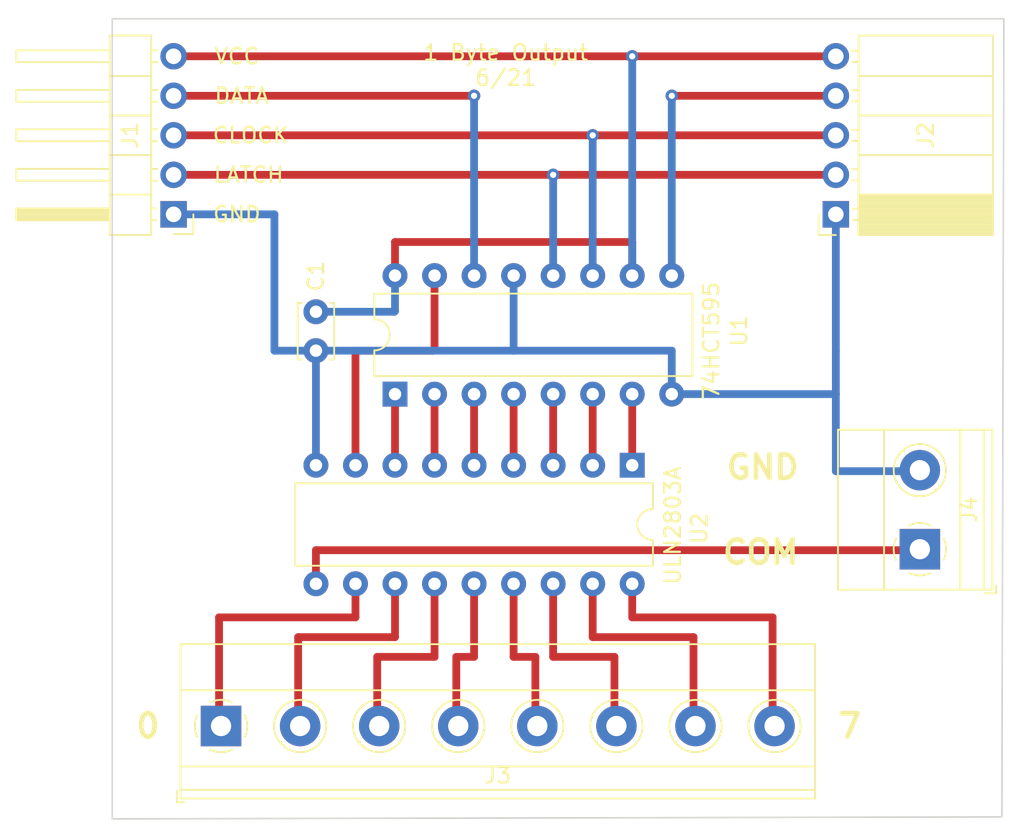
<source format=kicad_pcb>
(kicad_pcb (version 20171130) (host pcbnew "(5.1.9)-1")

  (general
    (thickness 1.6)
    (drawings 14)
    (tracks 78)
    (zones 0)
    (modules 9)
    (nets 24)
  )

  (page A4)
  (layers
    (0 F.Cu signal)
    (31 B.Cu signal)
    (32 B.Adhes user)
    (33 F.Adhes user)
    (34 B.Paste user)
    (35 F.Paste user)
    (36 B.SilkS user)
    (37 F.SilkS user)
    (38 B.Mask user)
    (39 F.Mask user)
    (40 Dwgs.User user)
    (41 Cmts.User user)
    (42 Eco1.User user)
    (43 Eco2.User user)
    (44 Edge.Cuts user)
    (45 Margin user)
    (46 B.CrtYd user)
    (47 F.CrtYd user)
    (48 B.Fab user)
    (49 F.Fab user)
  )

  (setup
    (last_trace_width 0.5)
    (user_trace_width 0.5)
    (trace_clearance 0.2)
    (zone_clearance 0.508)
    (zone_45_only no)
    (trace_min 0.2)
    (via_size 0.8)
    (via_drill 0.4)
    (via_min_size 0.4)
    (via_min_drill 0.3)
    (uvia_size 0.3)
    (uvia_drill 0.1)
    (uvias_allowed no)
    (uvia_min_size 0.2)
    (uvia_min_drill 0.1)
    (edge_width 0.1)
    (segment_width 0.2)
    (pcb_text_width 0.3)
    (pcb_text_size 1.5 1.5)
    (mod_edge_width 0.15)
    (mod_text_size 1 1)
    (mod_text_width 0.15)
    (pad_size 1.524 1.524)
    (pad_drill 0.762)
    (pad_to_mask_clearance 0)
    (aux_axis_origin 0 0)
    (visible_elements 7FFFFFFF)
    (pcbplotparams
      (layerselection 0x010fc_ffffffff)
      (usegerberextensions false)
      (usegerberattributes true)
      (usegerberadvancedattributes true)
      (creategerberjobfile true)
      (excludeedgelayer true)
      (linewidth 0.100000)
      (plotframeref false)
      (viasonmask false)
      (mode 1)
      (useauxorigin false)
      (hpglpennumber 1)
      (hpglpenspeed 20)
      (hpglpendiameter 15.000000)
      (psnegative false)
      (psa4output false)
      (plotreference true)
      (plotvalue true)
      (plotinvisibletext false)
      (padsonsilk false)
      (subtractmaskfromsilk false)
      (outputformat 1)
      (mirror false)
      (drillshape 1)
      (scaleselection 1)
      (outputdirectory ""))
  )

  (net 0 "")
  (net 1 GND)
  (net 2 LAT)
  (net 3 CLK)
  (net 4 DI)
  (net 5 VCC)
  (net 6 DO)
  (net 7 OUT8)
  (net 8 OUT7)
  (net 9 OUT6)
  (net 10 OUT5)
  (net 11 OUT4)
  (net 12 OUT3)
  (net 13 OUT2)
  (net 14 OUT1)
  (net 15 COM)
  (net 16 I7)
  (net 17 I6)
  (net 18 I5)
  (net 19 I4)
  (net 20 I3)
  (net 21 I2)
  (net 22 I1)
  (net 23 I8)

  (net_class Default "This is the default net class."
    (clearance 0.2)
    (trace_width 0.25)
    (via_dia 0.8)
    (via_drill 0.4)
    (uvia_dia 0.3)
    (uvia_drill 0.1)
    (add_net CLK)
    (add_net COM)
    (add_net DI)
    (add_net DO)
    (add_net GND)
    (add_net I1)
    (add_net I2)
    (add_net I3)
    (add_net I4)
    (add_net I5)
    (add_net I6)
    (add_net I7)
    (add_net I8)
    (add_net LAT)
    (add_net OUT1)
    (add_net OUT2)
    (add_net OUT3)
    (add_net OUT4)
    (add_net OUT5)
    (add_net OUT6)
    (add_net OUT7)
    (add_net OUT8)
    (add_net VCC)
  )

  (module Connector_PinHeader_2.54mm:PinHeader_1x05_P2.54mm_Horizontal (layer F.Cu) (tedit 59FED5CB) (tstamp 60983674)
    (at 118.364 95.885 180)
    (descr "Through hole angled pin header, 1x05, 2.54mm pitch, 6mm pin length, single row")
    (tags "Through hole angled pin header THT 1x05 2.54mm single row")
    (path /5D84BBD5)
    (fp_text reference J1 (at 2.794 5.08 90) (layer F.SilkS)
      (effects (font (size 1 1) (thickness 0.15)))
    )
    (fp_text value Conn_01x05_Male (at 4.385 12.43) (layer F.Fab)
      (effects (font (size 1 1) (thickness 0.15)))
    )
    (fp_line (start 2.135 -1.27) (end 4.04 -1.27) (layer F.Fab) (width 0.1))
    (fp_line (start 4.04 -1.27) (end 4.04 11.43) (layer F.Fab) (width 0.1))
    (fp_line (start 4.04 11.43) (end 1.5 11.43) (layer F.Fab) (width 0.1))
    (fp_line (start 1.5 11.43) (end 1.5 -0.635) (layer F.Fab) (width 0.1))
    (fp_line (start 1.5 -0.635) (end 2.135 -1.27) (layer F.Fab) (width 0.1))
    (fp_line (start -0.32 -0.32) (end 1.5 -0.32) (layer F.Fab) (width 0.1))
    (fp_line (start -0.32 -0.32) (end -0.32 0.32) (layer F.Fab) (width 0.1))
    (fp_line (start -0.32 0.32) (end 1.5 0.32) (layer F.Fab) (width 0.1))
    (fp_line (start 4.04 -0.32) (end 10.04 -0.32) (layer F.Fab) (width 0.1))
    (fp_line (start 10.04 -0.32) (end 10.04 0.32) (layer F.Fab) (width 0.1))
    (fp_line (start 4.04 0.32) (end 10.04 0.32) (layer F.Fab) (width 0.1))
    (fp_line (start -0.32 2.22) (end 1.5 2.22) (layer F.Fab) (width 0.1))
    (fp_line (start -0.32 2.22) (end -0.32 2.86) (layer F.Fab) (width 0.1))
    (fp_line (start -0.32 2.86) (end 1.5 2.86) (layer F.Fab) (width 0.1))
    (fp_line (start 4.04 2.22) (end 10.04 2.22) (layer F.Fab) (width 0.1))
    (fp_line (start 10.04 2.22) (end 10.04 2.86) (layer F.Fab) (width 0.1))
    (fp_line (start 4.04 2.86) (end 10.04 2.86) (layer F.Fab) (width 0.1))
    (fp_line (start -0.32 4.76) (end 1.5 4.76) (layer F.Fab) (width 0.1))
    (fp_line (start -0.32 4.76) (end -0.32 5.4) (layer F.Fab) (width 0.1))
    (fp_line (start -0.32 5.4) (end 1.5 5.4) (layer F.Fab) (width 0.1))
    (fp_line (start 4.04 4.76) (end 10.04 4.76) (layer F.Fab) (width 0.1))
    (fp_line (start 10.04 4.76) (end 10.04 5.4) (layer F.Fab) (width 0.1))
    (fp_line (start 4.04 5.4) (end 10.04 5.4) (layer F.Fab) (width 0.1))
    (fp_line (start -0.32 7.3) (end 1.5 7.3) (layer F.Fab) (width 0.1))
    (fp_line (start -0.32 7.3) (end -0.32 7.94) (layer F.Fab) (width 0.1))
    (fp_line (start -0.32 7.94) (end 1.5 7.94) (layer F.Fab) (width 0.1))
    (fp_line (start 4.04 7.3) (end 10.04 7.3) (layer F.Fab) (width 0.1))
    (fp_line (start 10.04 7.3) (end 10.04 7.94) (layer F.Fab) (width 0.1))
    (fp_line (start 4.04 7.94) (end 10.04 7.94) (layer F.Fab) (width 0.1))
    (fp_line (start -0.32 9.84) (end 1.5 9.84) (layer F.Fab) (width 0.1))
    (fp_line (start -0.32 9.84) (end -0.32 10.48) (layer F.Fab) (width 0.1))
    (fp_line (start -0.32 10.48) (end 1.5 10.48) (layer F.Fab) (width 0.1))
    (fp_line (start 4.04 9.84) (end 10.04 9.84) (layer F.Fab) (width 0.1))
    (fp_line (start 10.04 9.84) (end 10.04 10.48) (layer F.Fab) (width 0.1))
    (fp_line (start 4.04 10.48) (end 10.04 10.48) (layer F.Fab) (width 0.1))
    (fp_line (start 1.44 -1.33) (end 1.44 11.49) (layer F.SilkS) (width 0.12))
    (fp_line (start 1.44 11.49) (end 4.1 11.49) (layer F.SilkS) (width 0.12))
    (fp_line (start 4.1 11.49) (end 4.1 -1.33) (layer F.SilkS) (width 0.12))
    (fp_line (start 4.1 -1.33) (end 1.44 -1.33) (layer F.SilkS) (width 0.12))
    (fp_line (start 4.1 -0.38) (end 10.1 -0.38) (layer F.SilkS) (width 0.12))
    (fp_line (start 10.1 -0.38) (end 10.1 0.38) (layer F.SilkS) (width 0.12))
    (fp_line (start 10.1 0.38) (end 4.1 0.38) (layer F.SilkS) (width 0.12))
    (fp_line (start 4.1 -0.32) (end 10.1 -0.32) (layer F.SilkS) (width 0.12))
    (fp_line (start 4.1 -0.2) (end 10.1 -0.2) (layer F.SilkS) (width 0.12))
    (fp_line (start 4.1 -0.08) (end 10.1 -0.08) (layer F.SilkS) (width 0.12))
    (fp_line (start 4.1 0.04) (end 10.1 0.04) (layer F.SilkS) (width 0.12))
    (fp_line (start 4.1 0.16) (end 10.1 0.16) (layer F.SilkS) (width 0.12))
    (fp_line (start 4.1 0.28) (end 10.1 0.28) (layer F.SilkS) (width 0.12))
    (fp_line (start 1.11 -0.38) (end 1.44 -0.38) (layer F.SilkS) (width 0.12))
    (fp_line (start 1.11 0.38) (end 1.44 0.38) (layer F.SilkS) (width 0.12))
    (fp_line (start 1.44 1.27) (end 4.1 1.27) (layer F.SilkS) (width 0.12))
    (fp_line (start 4.1 2.16) (end 10.1 2.16) (layer F.SilkS) (width 0.12))
    (fp_line (start 10.1 2.16) (end 10.1 2.92) (layer F.SilkS) (width 0.12))
    (fp_line (start 10.1 2.92) (end 4.1 2.92) (layer F.SilkS) (width 0.12))
    (fp_line (start 1.042929 2.16) (end 1.44 2.16) (layer F.SilkS) (width 0.12))
    (fp_line (start 1.042929 2.92) (end 1.44 2.92) (layer F.SilkS) (width 0.12))
    (fp_line (start 1.44 3.81) (end 4.1 3.81) (layer F.SilkS) (width 0.12))
    (fp_line (start 4.1 4.7) (end 10.1 4.7) (layer F.SilkS) (width 0.12))
    (fp_line (start 10.1 4.7) (end 10.1 5.46) (layer F.SilkS) (width 0.12))
    (fp_line (start 10.1 5.46) (end 4.1 5.46) (layer F.SilkS) (width 0.12))
    (fp_line (start 1.042929 4.7) (end 1.44 4.7) (layer F.SilkS) (width 0.12))
    (fp_line (start 1.042929 5.46) (end 1.44 5.46) (layer F.SilkS) (width 0.12))
    (fp_line (start 1.44 6.35) (end 4.1 6.35) (layer F.SilkS) (width 0.12))
    (fp_line (start 4.1 7.24) (end 10.1 7.24) (layer F.SilkS) (width 0.12))
    (fp_line (start 10.1 7.24) (end 10.1 8) (layer F.SilkS) (width 0.12))
    (fp_line (start 10.1 8) (end 4.1 8) (layer F.SilkS) (width 0.12))
    (fp_line (start 1.042929 7.24) (end 1.44 7.24) (layer F.SilkS) (width 0.12))
    (fp_line (start 1.042929 8) (end 1.44 8) (layer F.SilkS) (width 0.12))
    (fp_line (start 1.44 8.89) (end 4.1 8.89) (layer F.SilkS) (width 0.12))
    (fp_line (start 4.1 9.78) (end 10.1 9.78) (layer F.SilkS) (width 0.12))
    (fp_line (start 10.1 9.78) (end 10.1 10.54) (layer F.SilkS) (width 0.12))
    (fp_line (start 10.1 10.54) (end 4.1 10.54) (layer F.SilkS) (width 0.12))
    (fp_line (start 1.042929 9.78) (end 1.44 9.78) (layer F.SilkS) (width 0.12))
    (fp_line (start 1.042929 10.54) (end 1.44 10.54) (layer F.SilkS) (width 0.12))
    (fp_line (start -1.27 0) (end -1.27 -1.27) (layer F.SilkS) (width 0.12))
    (fp_line (start -1.27 -1.27) (end 0 -1.27) (layer F.SilkS) (width 0.12))
    (fp_line (start -1.8 -1.8) (end -1.8 11.95) (layer F.CrtYd) (width 0.05))
    (fp_line (start -1.8 11.95) (end 10.55 11.95) (layer F.CrtYd) (width 0.05))
    (fp_line (start 10.55 11.95) (end 10.55 -1.8) (layer F.CrtYd) (width 0.05))
    (fp_line (start 10.55 -1.8) (end -1.8 -1.8) (layer F.CrtYd) (width 0.05))
    (fp_text user %R (at 2.77 5.08 90) (layer F.Fab)
      (effects (font (size 1 1) (thickness 0.15)))
    )
    (pad 5 thru_hole oval (at 0 10.16 180) (size 1.7 1.7) (drill 1) (layers *.Cu *.Mask)
      (net 5 VCC))
    (pad 4 thru_hole oval (at 0 7.62 180) (size 1.7 1.7) (drill 1) (layers *.Cu *.Mask)
      (net 4 DI))
    (pad 3 thru_hole oval (at 0 5.08 180) (size 1.7 1.7) (drill 1) (layers *.Cu *.Mask)
      (net 3 CLK))
    (pad 2 thru_hole oval (at 0 2.54 180) (size 1.7 1.7) (drill 1) (layers *.Cu *.Mask)
      (net 2 LAT))
    (pad 1 thru_hole rect (at 0 0 180) (size 1.7 1.7) (drill 1) (layers *.Cu *.Mask)
      (net 1 GND))
    (model ${KISYS3DMOD}/Connector_PinHeader_2.54mm.3dshapes/PinHeader_1x05_P2.54mm_Horizontal.wrl
      (at (xyz 0 0 0))
      (scale (xyz 1 1 1))
      (rotate (xyz 0 0 0))
    )
  )

  (module MountingHole:MountingHole_3.2mm_M3 (layer F.Cu) (tedit 56D1B4CB) (tstamp 6098953A)
    (at 166.243 103.886)
    (descr "Mounting Hole 3.2mm, no annular, M3")
    (tags "mounting hole 3.2mm no annular m3")
    (path /5D855B09)
    (attr virtual)
    (fp_text reference " " (at 0 -4.2) (layer F.SilkS) hide
      (effects (font (size 1 1) (thickness 0.15)))
    )
    (fp_text value " " (at 0 4.2) (layer F.Fab) hide
      (effects (font (size 1 1) (thickness 0.15)))
    )
    (fp_circle (center 0 0) (end 3.2 0) (layer Cmts.User) (width 0.15))
    (fp_circle (center 0 0) (end 3.45 0) (layer F.CrtYd) (width 0.05))
    (fp_text user " " (at 0.3 0) (layer F.Fab) hide
      (effects (font (size 1 1) (thickness 0.15)))
    )
    (pad 1 np_thru_hole circle (at 0 0) (size 3.2 3.2) (drill 3.2) (layers *.Cu *.Mask))
  )

  (module MountingHole:MountingHole_3.2mm_M3 (layer F.Cu) (tedit 56D1B4CB) (tstamp 60989532)
    (at 118.999 104.902)
    (descr "Mounting Hole 3.2mm, no annular, M3")
    (tags "mounting hole 3.2mm no annular m3")
    (path /5D8553DB)
    (attr virtual)
    (fp_text reference " " (at 0 -4.2) (layer F.SilkS) hide
      (effects (font (size 1 1) (thickness 0.15)))
    )
    (fp_text value " " (at 0 4.2) (layer F.Fab) hide
      (effects (font (size 1 1) (thickness 0.15)))
    )
    (fp_circle (center 0 0) (end 3.2 0) (layer Cmts.User) (width 0.15))
    (fp_circle (center 0 0) (end 3.45 0) (layer F.CrtYd) (width 0.05))
    (fp_text user " " (at 0.3 0) (layer F.Fab) hide
      (effects (font (size 1 1) (thickness 0.15)))
    )
    (pad 1 np_thru_hole circle (at 0 0) (size 3.2 3.2) (drill 3.2) (layers *.Cu *.Mask))
  )

  (module Capacitor_THT:C_Disc_D3.4mm_W2.1mm_P2.50mm (layer F.Cu) (tedit 5AE50EF0) (tstamp 6098952A)
    (at 127.508 102.148 270)
    (descr "C, Disc series, Radial, pin pitch=2.50mm, , diameter*width=3.4*2.1mm^2, Capacitor, http://www.vishay.com/docs/45233/krseries.pdf")
    (tags "C Disc series Radial pin pitch 2.50mm  diameter 3.4mm width 2.1mm Capacitor")
    (path /5D849FED)
    (fp_text reference C1 (at -2.286 0 90) (layer F.SilkS)
      (effects (font (size 1 1) (thickness 0.15)))
    )
    (fp_text value 0.1uf (at 1.25 2.3 90) (layer F.Fab)
      (effects (font (size 1 1) (thickness 0.15)))
    )
    (fp_line (start -0.45 -1.05) (end -0.45 1.05) (layer F.Fab) (width 0.1))
    (fp_line (start -0.45 1.05) (end 2.95 1.05) (layer F.Fab) (width 0.1))
    (fp_line (start 2.95 1.05) (end 2.95 -1.05) (layer F.Fab) (width 0.1))
    (fp_line (start 2.95 -1.05) (end -0.45 -1.05) (layer F.Fab) (width 0.1))
    (fp_line (start -0.57 -1.17) (end 3.07 -1.17) (layer F.SilkS) (width 0.12))
    (fp_line (start -0.57 1.17) (end 3.07 1.17) (layer F.SilkS) (width 0.12))
    (fp_line (start -0.57 -1.17) (end -0.57 -0.925) (layer F.SilkS) (width 0.12))
    (fp_line (start -0.57 0.925) (end -0.57 1.17) (layer F.SilkS) (width 0.12))
    (fp_line (start 3.07 -1.17) (end 3.07 -0.925) (layer F.SilkS) (width 0.12))
    (fp_line (start 3.07 0.925) (end 3.07 1.17) (layer F.SilkS) (width 0.12))
    (fp_line (start -1.05 -1.3) (end -1.05 1.3) (layer F.CrtYd) (width 0.05))
    (fp_line (start -1.05 1.3) (end 3.55 1.3) (layer F.CrtYd) (width 0.05))
    (fp_line (start 3.55 1.3) (end 3.55 -1.3) (layer F.CrtYd) (width 0.05))
    (fp_line (start 3.55 -1.3) (end -1.05 -1.3) (layer F.CrtYd) (width 0.05))
    (fp_text user %R (at 1.25 0 270) (layer F.Fab)
      (effects (font (size 0.68 0.68) (thickness 0.102)))
    )
    (pad 2 thru_hole circle (at 2.5 0 270) (size 1.6 1.6) (drill 0.8) (layers *.Cu *.Mask)
      (net 1 GND))
    (pad 1 thru_hole circle (at 0 0 270) (size 1.6 1.6) (drill 0.8) (layers *.Cu *.Mask)
      (net 5 VCC))
    (model ${KISYS3DMOD}/Capacitor_THT.3dshapes/C_Disc_D3.4mm_W2.1mm_P2.50mm.wrl
      (at (xyz 0 0 0))
      (scale (xyz 1 1 1))
      (rotate (xyz 0 0 0))
    )
  )

  (module Connector_PinSocket_2.54mm:PinSocket_1x05_P2.54mm_Horizontal (layer F.Cu) (tedit 5A19A431) (tstamp 609836BF)
    (at 160.909 95.885 180)
    (descr "Through hole angled socket strip, 1x05, 2.54mm pitch, 8.51mm socket length, single row (from Kicad 4.0.7), script generated")
    (tags "Through hole angled socket strip THT 1x05 2.54mm single row")
    (path /5D84C903)
    (fp_text reference J2 (at -5.7785 5.08 90) (layer F.SilkS)
      (effects (font (size 1 1) (thickness 0.15)))
    )
    (fp_text value Conn_01x05_Female (at -4.38 12.93) (layer F.Fab)
      (effects (font (size 1 1) (thickness 0.15)))
    )
    (fp_line (start 1.75 11.95) (end 1.75 -1.75) (layer F.CrtYd) (width 0.05))
    (fp_line (start -10.55 11.95) (end 1.75 11.95) (layer F.CrtYd) (width 0.05))
    (fp_line (start -10.55 -1.75) (end -10.55 11.95) (layer F.CrtYd) (width 0.05))
    (fp_line (start 1.75 -1.75) (end -10.55 -1.75) (layer F.CrtYd) (width 0.05))
    (fp_line (start 0 -1.33) (end 1.11 -1.33) (layer F.SilkS) (width 0.12))
    (fp_line (start 1.11 -1.33) (end 1.11 0) (layer F.SilkS) (width 0.12))
    (fp_line (start -10.09 -1.33) (end -10.09 11.49) (layer F.SilkS) (width 0.12))
    (fp_line (start -10.09 11.49) (end -1.46 11.49) (layer F.SilkS) (width 0.12))
    (fp_line (start -1.46 -1.33) (end -1.46 11.49) (layer F.SilkS) (width 0.12))
    (fp_line (start -10.09 -1.33) (end -1.46 -1.33) (layer F.SilkS) (width 0.12))
    (fp_line (start -10.09 8.89) (end -1.46 8.89) (layer F.SilkS) (width 0.12))
    (fp_line (start -10.09 6.35) (end -1.46 6.35) (layer F.SilkS) (width 0.12))
    (fp_line (start -10.09 3.81) (end -1.46 3.81) (layer F.SilkS) (width 0.12))
    (fp_line (start -10.09 1.27) (end -1.46 1.27) (layer F.SilkS) (width 0.12))
    (fp_line (start -1.46 10.52) (end -1.05 10.52) (layer F.SilkS) (width 0.12))
    (fp_line (start -1.46 9.8) (end -1.05 9.8) (layer F.SilkS) (width 0.12))
    (fp_line (start -1.46 7.98) (end -1.05 7.98) (layer F.SilkS) (width 0.12))
    (fp_line (start -1.46 7.26) (end -1.05 7.26) (layer F.SilkS) (width 0.12))
    (fp_line (start -1.46 5.44) (end -1.05 5.44) (layer F.SilkS) (width 0.12))
    (fp_line (start -1.46 4.72) (end -1.05 4.72) (layer F.SilkS) (width 0.12))
    (fp_line (start -1.46 2.9) (end -1.05 2.9) (layer F.SilkS) (width 0.12))
    (fp_line (start -1.46 2.18) (end -1.05 2.18) (layer F.SilkS) (width 0.12))
    (fp_line (start -1.46 0.36) (end -1.11 0.36) (layer F.SilkS) (width 0.12))
    (fp_line (start -1.46 -0.36) (end -1.11 -0.36) (layer F.SilkS) (width 0.12))
    (fp_line (start -10.09 1.1519) (end -1.46 1.1519) (layer F.SilkS) (width 0.12))
    (fp_line (start -10.09 1.033805) (end -1.46 1.033805) (layer F.SilkS) (width 0.12))
    (fp_line (start -10.09 0.91571) (end -1.46 0.91571) (layer F.SilkS) (width 0.12))
    (fp_line (start -10.09 0.797615) (end -1.46 0.797615) (layer F.SilkS) (width 0.12))
    (fp_line (start -10.09 0.67952) (end -1.46 0.67952) (layer F.SilkS) (width 0.12))
    (fp_line (start -10.09 0.561425) (end -1.46 0.561425) (layer F.SilkS) (width 0.12))
    (fp_line (start -10.09 0.44333) (end -1.46 0.44333) (layer F.SilkS) (width 0.12))
    (fp_line (start -10.09 0.325235) (end -1.46 0.325235) (layer F.SilkS) (width 0.12))
    (fp_line (start -10.09 0.20714) (end -1.46 0.20714) (layer F.SilkS) (width 0.12))
    (fp_line (start -10.09 0.089045) (end -1.46 0.089045) (layer F.SilkS) (width 0.12))
    (fp_line (start -10.09 -0.02905) (end -1.46 -0.02905) (layer F.SilkS) (width 0.12))
    (fp_line (start -10.09 -0.147145) (end -1.46 -0.147145) (layer F.SilkS) (width 0.12))
    (fp_line (start -10.09 -0.26524) (end -1.46 -0.26524) (layer F.SilkS) (width 0.12))
    (fp_line (start -10.09 -0.383335) (end -1.46 -0.383335) (layer F.SilkS) (width 0.12))
    (fp_line (start -10.09 -0.50143) (end -1.46 -0.50143) (layer F.SilkS) (width 0.12))
    (fp_line (start -10.09 -0.619525) (end -1.46 -0.619525) (layer F.SilkS) (width 0.12))
    (fp_line (start -10.09 -0.73762) (end -1.46 -0.73762) (layer F.SilkS) (width 0.12))
    (fp_line (start -10.09 -0.855715) (end -1.46 -0.855715) (layer F.SilkS) (width 0.12))
    (fp_line (start -10.09 -0.97381) (end -1.46 -0.97381) (layer F.SilkS) (width 0.12))
    (fp_line (start -10.09 -1.091905) (end -1.46 -1.091905) (layer F.SilkS) (width 0.12))
    (fp_line (start -10.09 -1.21) (end -1.46 -1.21) (layer F.SilkS) (width 0.12))
    (fp_line (start 0 10.46) (end 0 9.86) (layer F.Fab) (width 0.1))
    (fp_line (start -1.52 10.46) (end 0 10.46) (layer F.Fab) (width 0.1))
    (fp_line (start 0 9.86) (end -1.52 9.86) (layer F.Fab) (width 0.1))
    (fp_line (start 0 7.92) (end 0 7.32) (layer F.Fab) (width 0.1))
    (fp_line (start -1.52 7.92) (end 0 7.92) (layer F.Fab) (width 0.1))
    (fp_line (start 0 7.32) (end -1.52 7.32) (layer F.Fab) (width 0.1))
    (fp_line (start 0 5.38) (end 0 4.78) (layer F.Fab) (width 0.1))
    (fp_line (start -1.52 5.38) (end 0 5.38) (layer F.Fab) (width 0.1))
    (fp_line (start 0 4.78) (end -1.52 4.78) (layer F.Fab) (width 0.1))
    (fp_line (start 0 2.84) (end 0 2.24) (layer F.Fab) (width 0.1))
    (fp_line (start -1.52 2.84) (end 0 2.84) (layer F.Fab) (width 0.1))
    (fp_line (start 0 2.24) (end -1.52 2.24) (layer F.Fab) (width 0.1))
    (fp_line (start 0 0.3) (end 0 -0.3) (layer F.Fab) (width 0.1))
    (fp_line (start -1.52 0.3) (end 0 0.3) (layer F.Fab) (width 0.1))
    (fp_line (start 0 -0.3) (end -1.52 -0.3) (layer F.Fab) (width 0.1))
    (fp_line (start -10.03 11.43) (end -10.03 -1.27) (layer F.Fab) (width 0.1))
    (fp_line (start -1.52 11.43) (end -10.03 11.43) (layer F.Fab) (width 0.1))
    (fp_line (start -1.52 -0.3) (end -1.52 11.43) (layer F.Fab) (width 0.1))
    (fp_line (start -2.49 -1.27) (end -1.52 -0.3) (layer F.Fab) (width 0.1))
    (fp_line (start -10.03 -1.27) (end -2.49 -1.27) (layer F.Fab) (width 0.1))
    (fp_text user %R (at -5.775 5.08 90) (layer F.Fab)
      (effects (font (size 1 1) (thickness 0.15)))
    )
    (pad 1 thru_hole rect (at 0 0 180) (size 1.7 1.7) (drill 1) (layers *.Cu *.Mask)
      (net 1 GND))
    (pad 2 thru_hole oval (at 0 2.54 180) (size 1.7 1.7) (drill 1) (layers *.Cu *.Mask)
      (net 2 LAT))
    (pad 3 thru_hole oval (at 0 5.08 180) (size 1.7 1.7) (drill 1) (layers *.Cu *.Mask)
      (net 3 CLK))
    (pad 4 thru_hole oval (at 0 7.62 180) (size 1.7 1.7) (drill 1) (layers *.Cu *.Mask)
      (net 6 DO))
    (pad 5 thru_hole oval (at 0 10.16 180) (size 1.7 1.7) (drill 1) (layers *.Cu *.Mask)
      (net 5 VCC))
    (model ${KISYS3DMOD}/Connector_PinSocket_2.54mm.3dshapes/PinSocket_1x05_P2.54mm_Horizontal.wrl
      (at (xyz 0 0 0))
      (scale (xyz 1 1 1))
      (rotate (xyz 0 0 0))
    )
  )

  (module TerminalBlock_Phoenix:TerminalBlock_Phoenix_MKDS-1,5-8-5.08_1x08_P5.08mm_Horizontal (layer F.Cu) (tedit 5B294EC0) (tstamp 60983721)
    (at 121.412 128.778)
    (descr "Terminal Block Phoenix MKDS-1,5-8-5.08, 8 pins, pitch 5.08mm, size 40.6x9.8mm^2, drill diamater 1.3mm, pad diameter 2.6mm, see http://www.farnell.com/datasheets/100425.pdf, script-generated using https://github.com/pointhi/kicad-footprint-generator/scripts/TerminalBlock_Phoenix")
    (tags "THT Terminal Block Phoenix MKDS-1,5-8-5.08 pitch 5.08mm size 40.6x9.8mm^2 drill 1.3mm pad 2.6mm")
    (path /5F538C32)
    (fp_text reference J3 (at 17.78 3.175) (layer F.SilkS)
      (effects (font (size 1 1) (thickness 0.15)))
    )
    (fp_text value Conn_01x08 (at 17.78 5.66) (layer F.Fab)
      (effects (font (size 1 1) (thickness 0.15)))
    )
    (fp_line (start 38.6 -5.71) (end -3.04 -5.71) (layer F.CrtYd) (width 0.05))
    (fp_line (start 38.6 5.1) (end 38.6 -5.71) (layer F.CrtYd) (width 0.05))
    (fp_line (start -3.04 5.1) (end 38.6 5.1) (layer F.CrtYd) (width 0.05))
    (fp_line (start -3.04 -5.71) (end -3.04 5.1) (layer F.CrtYd) (width 0.05))
    (fp_line (start -2.84 4.9) (end -2.34 4.9) (layer F.SilkS) (width 0.12))
    (fp_line (start -2.84 4.16) (end -2.84 4.9) (layer F.SilkS) (width 0.12))
    (fp_line (start 34.333 1.023) (end 34.286 1.069) (layer F.SilkS) (width 0.12))
    (fp_line (start 36.63 -1.275) (end 36.595 -1.239) (layer F.SilkS) (width 0.12))
    (fp_line (start 34.526 1.239) (end 34.491 1.274) (layer F.SilkS) (width 0.12))
    (fp_line (start 36.835 -1.069) (end 36.788 -1.023) (layer F.SilkS) (width 0.12))
    (fp_line (start 36.515 -1.138) (end 34.423 0.955) (layer F.Fab) (width 0.1))
    (fp_line (start 36.698 -0.955) (end 34.606 1.138) (layer F.Fab) (width 0.1))
    (fp_line (start 29.253 1.023) (end 29.206 1.069) (layer F.SilkS) (width 0.12))
    (fp_line (start 31.55 -1.275) (end 31.515 -1.239) (layer F.SilkS) (width 0.12))
    (fp_line (start 29.446 1.239) (end 29.411 1.274) (layer F.SilkS) (width 0.12))
    (fp_line (start 31.755 -1.069) (end 31.708 -1.023) (layer F.SilkS) (width 0.12))
    (fp_line (start 31.435 -1.138) (end 29.343 0.955) (layer F.Fab) (width 0.1))
    (fp_line (start 31.618 -0.955) (end 29.526 1.138) (layer F.Fab) (width 0.1))
    (fp_line (start 24.173 1.023) (end 24.126 1.069) (layer F.SilkS) (width 0.12))
    (fp_line (start 26.47 -1.275) (end 26.435 -1.239) (layer F.SilkS) (width 0.12))
    (fp_line (start 24.366 1.239) (end 24.331 1.274) (layer F.SilkS) (width 0.12))
    (fp_line (start 26.675 -1.069) (end 26.628 -1.023) (layer F.SilkS) (width 0.12))
    (fp_line (start 26.355 -1.138) (end 24.263 0.955) (layer F.Fab) (width 0.1))
    (fp_line (start 26.538 -0.955) (end 24.446 1.138) (layer F.Fab) (width 0.1))
    (fp_line (start 19.093 1.023) (end 19.046 1.069) (layer F.SilkS) (width 0.12))
    (fp_line (start 21.39 -1.275) (end 21.355 -1.239) (layer F.SilkS) (width 0.12))
    (fp_line (start 19.286 1.239) (end 19.251 1.274) (layer F.SilkS) (width 0.12))
    (fp_line (start 21.595 -1.069) (end 21.548 -1.023) (layer F.SilkS) (width 0.12))
    (fp_line (start 21.275 -1.138) (end 19.183 0.955) (layer F.Fab) (width 0.1))
    (fp_line (start 21.458 -0.955) (end 19.366 1.138) (layer F.Fab) (width 0.1))
    (fp_line (start 14.013 1.023) (end 13.966 1.069) (layer F.SilkS) (width 0.12))
    (fp_line (start 16.31 -1.275) (end 16.275 -1.239) (layer F.SilkS) (width 0.12))
    (fp_line (start 14.206 1.239) (end 14.171 1.274) (layer F.SilkS) (width 0.12))
    (fp_line (start 16.515 -1.069) (end 16.468 -1.023) (layer F.SilkS) (width 0.12))
    (fp_line (start 16.195 -1.138) (end 14.103 0.955) (layer F.Fab) (width 0.1))
    (fp_line (start 16.378 -0.955) (end 14.286 1.138) (layer F.Fab) (width 0.1))
    (fp_line (start 8.933 1.023) (end 8.886 1.069) (layer F.SilkS) (width 0.12))
    (fp_line (start 11.23 -1.275) (end 11.195 -1.239) (layer F.SilkS) (width 0.12))
    (fp_line (start 9.126 1.239) (end 9.091 1.274) (layer F.SilkS) (width 0.12))
    (fp_line (start 11.435 -1.069) (end 11.388 -1.023) (layer F.SilkS) (width 0.12))
    (fp_line (start 11.115 -1.138) (end 9.023 0.955) (layer F.Fab) (width 0.1))
    (fp_line (start 11.298 -0.955) (end 9.206 1.138) (layer F.Fab) (width 0.1))
    (fp_line (start 3.853 1.023) (end 3.806 1.069) (layer F.SilkS) (width 0.12))
    (fp_line (start 6.15 -1.275) (end 6.115 -1.239) (layer F.SilkS) (width 0.12))
    (fp_line (start 4.046 1.239) (end 4.011 1.274) (layer F.SilkS) (width 0.12))
    (fp_line (start 6.355 -1.069) (end 6.308 -1.023) (layer F.SilkS) (width 0.12))
    (fp_line (start 6.035 -1.138) (end 3.943 0.955) (layer F.Fab) (width 0.1))
    (fp_line (start 6.218 -0.955) (end 4.126 1.138) (layer F.Fab) (width 0.1))
    (fp_line (start 0.955 -1.138) (end -1.138 0.955) (layer F.Fab) (width 0.1))
    (fp_line (start 1.138 -0.955) (end -0.955 1.138) (layer F.Fab) (width 0.1))
    (fp_line (start 38.16 -5.261) (end 38.16 4.66) (layer F.SilkS) (width 0.12))
    (fp_line (start -2.6 -5.261) (end -2.6 4.66) (layer F.SilkS) (width 0.12))
    (fp_line (start -2.6 4.66) (end 38.16 4.66) (layer F.SilkS) (width 0.12))
    (fp_line (start -2.6 -5.261) (end 38.16 -5.261) (layer F.SilkS) (width 0.12))
    (fp_line (start -2.6 -2.301) (end 38.16 -2.301) (layer F.SilkS) (width 0.12))
    (fp_line (start -2.54 -2.3) (end 38.1 -2.3) (layer F.Fab) (width 0.1))
    (fp_line (start -2.6 2.6) (end 38.16 2.6) (layer F.SilkS) (width 0.12))
    (fp_line (start -2.54 2.6) (end 38.1 2.6) (layer F.Fab) (width 0.1))
    (fp_line (start -2.6 4.1) (end 38.16 4.1) (layer F.SilkS) (width 0.12))
    (fp_line (start -2.54 4.1) (end 38.1 4.1) (layer F.Fab) (width 0.1))
    (fp_line (start -2.54 4.1) (end -2.54 -5.2) (layer F.Fab) (width 0.1))
    (fp_line (start -2.04 4.6) (end -2.54 4.1) (layer F.Fab) (width 0.1))
    (fp_line (start 38.1 4.6) (end -2.04 4.6) (layer F.Fab) (width 0.1))
    (fp_line (start 38.1 -5.2) (end 38.1 4.6) (layer F.Fab) (width 0.1))
    (fp_line (start -2.54 -5.2) (end 38.1 -5.2) (layer F.Fab) (width 0.1))
    (fp_circle (center 35.56 0) (end 37.24 0) (layer F.SilkS) (width 0.12))
    (fp_circle (center 35.56 0) (end 37.06 0) (layer F.Fab) (width 0.1))
    (fp_circle (center 30.48 0) (end 32.16 0) (layer F.SilkS) (width 0.12))
    (fp_circle (center 30.48 0) (end 31.98 0) (layer F.Fab) (width 0.1))
    (fp_circle (center 25.4 0) (end 27.08 0) (layer F.SilkS) (width 0.12))
    (fp_circle (center 25.4 0) (end 26.9 0) (layer F.Fab) (width 0.1))
    (fp_circle (center 20.32 0) (end 22 0) (layer F.SilkS) (width 0.12))
    (fp_circle (center 20.32 0) (end 21.82 0) (layer F.Fab) (width 0.1))
    (fp_circle (center 15.24 0) (end 16.92 0) (layer F.SilkS) (width 0.12))
    (fp_circle (center 15.24 0) (end 16.74 0) (layer F.Fab) (width 0.1))
    (fp_circle (center 10.16 0) (end 11.84 0) (layer F.SilkS) (width 0.12))
    (fp_circle (center 10.16 0) (end 11.66 0) (layer F.Fab) (width 0.1))
    (fp_circle (center 5.08 0) (end 6.76 0) (layer F.SilkS) (width 0.12))
    (fp_circle (center 5.08 0) (end 6.58 0) (layer F.Fab) (width 0.1))
    (fp_circle (center 0 0) (end 1.5 0) (layer F.Fab) (width 0.1))
    (fp_arc (start 0 0) (end 0 1.68) (angle -24) (layer F.SilkS) (width 0.12))
    (fp_arc (start 0 0) (end 1.535 0.684) (angle -48) (layer F.SilkS) (width 0.12))
    (fp_arc (start 0 0) (end 0.684 -1.535) (angle -48) (layer F.SilkS) (width 0.12))
    (fp_arc (start 0 0) (end -1.535 -0.684) (angle -48) (layer F.SilkS) (width 0.12))
    (fp_arc (start 0 0) (end -0.684 1.535) (angle -25) (layer F.SilkS) (width 0.12))
    (fp_text user %R (at 17.78 3.2) (layer F.Fab)
      (effects (font (size 1 1) (thickness 0.15)))
    )
    (pad 1 thru_hole rect (at 0 0) (size 2.6 2.6) (drill 1.3) (layers *.Cu *.Mask)
      (net 14 OUT1))
    (pad 2 thru_hole circle (at 5.08 0) (size 2.6 2.6) (drill 1.3) (layers *.Cu *.Mask)
      (net 13 OUT2))
    (pad 3 thru_hole circle (at 10.16 0) (size 2.6 2.6) (drill 1.3) (layers *.Cu *.Mask)
      (net 12 OUT3))
    (pad 4 thru_hole circle (at 15.24 0) (size 2.6 2.6) (drill 1.3) (layers *.Cu *.Mask)
      (net 11 OUT4))
    (pad 5 thru_hole circle (at 20.32 0) (size 2.6 2.6) (drill 1.3) (layers *.Cu *.Mask)
      (net 10 OUT5))
    (pad 6 thru_hole circle (at 25.4 0) (size 2.6 2.6) (drill 1.3) (layers *.Cu *.Mask)
      (net 9 OUT6))
    (pad 7 thru_hole circle (at 30.48 0) (size 2.6 2.6) (drill 1.3) (layers *.Cu *.Mask)
      (net 8 OUT7))
    (pad 8 thru_hole circle (at 35.56 0) (size 2.6 2.6) (drill 1.3) (layers *.Cu *.Mask)
      (net 7 OUT8))
    (model ${KISYS3DMOD}/TerminalBlock_Phoenix.3dshapes/TerminalBlock_Phoenix_MKDS-1,5-8-5.08_1x08_P5.08mm_Horizontal.wrl
      (at (xyz 0 0 0))
      (scale (xyz 1 1 1))
      (rotate (xyz 0 0 0))
    )
  )

  (module TerminalBlock_Phoenix:TerminalBlock_Phoenix_MKDS-1,5-2-5.08_1x02_P5.08mm_Horizontal (layer F.Cu) (tedit 5B294EBC) (tstamp 6098374D)
    (at 166.3065 117.4115 90)
    (descr "Terminal Block Phoenix MKDS-1,5-2-5.08, 2 pins, pitch 5.08mm, size 10.2x9.8mm^2, drill diamater 1.3mm, pad diameter 2.6mm, see http://www.farnell.com/datasheets/100425.pdf, script-generated using https://github.com/pointhi/kicad-footprint-generator/scripts/TerminalBlock_Phoenix")
    (tags "THT Terminal Block Phoenix MKDS-1,5-2-5.08 pitch 5.08mm size 10.2x9.8mm^2 drill 1.3mm pad 2.6mm")
    (path /5D88329B)
    (fp_text reference J4 (at 2.54 3.175 90) (layer F.SilkS)
      (effects (font (size 1 1) (thickness 0.15)))
    )
    (fp_text value Screw_Terminal_01x02 (at 2.54 5.66 90) (layer F.Fab)
      (effects (font (size 1 1) (thickness 0.15)))
    )
    (fp_line (start 8.13 -5.71) (end -3.04 -5.71) (layer F.CrtYd) (width 0.05))
    (fp_line (start 8.13 5.1) (end 8.13 -5.71) (layer F.CrtYd) (width 0.05))
    (fp_line (start -3.04 5.1) (end 8.13 5.1) (layer F.CrtYd) (width 0.05))
    (fp_line (start -3.04 -5.71) (end -3.04 5.1) (layer F.CrtYd) (width 0.05))
    (fp_line (start -2.84 4.9) (end -2.34 4.9) (layer F.SilkS) (width 0.12))
    (fp_line (start -2.84 4.16) (end -2.84 4.9) (layer F.SilkS) (width 0.12))
    (fp_line (start 3.853 1.023) (end 3.806 1.069) (layer F.SilkS) (width 0.12))
    (fp_line (start 6.15 -1.275) (end 6.115 -1.239) (layer F.SilkS) (width 0.12))
    (fp_line (start 4.046 1.239) (end 4.011 1.274) (layer F.SilkS) (width 0.12))
    (fp_line (start 6.355 -1.069) (end 6.308 -1.023) (layer F.SilkS) (width 0.12))
    (fp_line (start 6.035 -1.138) (end 3.943 0.955) (layer F.Fab) (width 0.1))
    (fp_line (start 6.218 -0.955) (end 4.126 1.138) (layer F.Fab) (width 0.1))
    (fp_line (start 0.955 -1.138) (end -1.138 0.955) (layer F.Fab) (width 0.1))
    (fp_line (start 1.138 -0.955) (end -0.955 1.138) (layer F.Fab) (width 0.1))
    (fp_line (start 7.68 -5.261) (end 7.68 4.66) (layer F.SilkS) (width 0.12))
    (fp_line (start -2.6 -5.261) (end -2.6 4.66) (layer F.SilkS) (width 0.12))
    (fp_line (start -2.6 4.66) (end 7.68 4.66) (layer F.SilkS) (width 0.12))
    (fp_line (start -2.6 -5.261) (end 7.68 -5.261) (layer F.SilkS) (width 0.12))
    (fp_line (start -2.6 -2.301) (end 7.68 -2.301) (layer F.SilkS) (width 0.12))
    (fp_line (start -2.54 -2.3) (end 7.62 -2.3) (layer F.Fab) (width 0.1))
    (fp_line (start -2.6 2.6) (end 7.68 2.6) (layer F.SilkS) (width 0.12))
    (fp_line (start -2.54 2.6) (end 7.62 2.6) (layer F.Fab) (width 0.1))
    (fp_line (start -2.6 4.1) (end 7.68 4.1) (layer F.SilkS) (width 0.12))
    (fp_line (start -2.54 4.1) (end 7.62 4.1) (layer F.Fab) (width 0.1))
    (fp_line (start -2.54 4.1) (end -2.54 -5.2) (layer F.Fab) (width 0.1))
    (fp_line (start -2.04 4.6) (end -2.54 4.1) (layer F.Fab) (width 0.1))
    (fp_line (start 7.62 4.6) (end -2.04 4.6) (layer F.Fab) (width 0.1))
    (fp_line (start 7.62 -5.2) (end 7.62 4.6) (layer F.Fab) (width 0.1))
    (fp_line (start -2.54 -5.2) (end 7.62 -5.2) (layer F.Fab) (width 0.1))
    (fp_circle (center 5.08 0) (end 6.76 0) (layer F.SilkS) (width 0.12))
    (fp_circle (center 5.08 0) (end 6.58 0) (layer F.Fab) (width 0.1))
    (fp_circle (center 0 0) (end 1.5 0) (layer F.Fab) (width 0.1))
    (fp_arc (start 0 0) (end 0 1.68) (angle -24) (layer F.SilkS) (width 0.12))
    (fp_arc (start 0 0) (end 1.535 0.684) (angle -48) (layer F.SilkS) (width 0.12))
    (fp_arc (start 0 0) (end 0.684 -1.535) (angle -48) (layer F.SilkS) (width 0.12))
    (fp_arc (start 0 0) (end -1.535 -0.684) (angle -48) (layer F.SilkS) (width 0.12))
    (fp_arc (start 0 0) (end -0.684 1.535) (angle -25) (layer F.SilkS) (width 0.12))
    (fp_text user %R (at 2.54 3.2 90) (layer F.Fab)
      (effects (font (size 1 1) (thickness 0.15)))
    )
    (pad 1 thru_hole rect (at 0 0 90) (size 2.6 2.6) (drill 1.3) (layers *.Cu *.Mask)
      (net 15 COM))
    (pad 2 thru_hole circle (at 5.08 0 90) (size 2.6 2.6) (drill 1.3) (layers *.Cu *.Mask)
      (net 1 GND))
    (model ${KISYS3DMOD}/TerminalBlock_Phoenix.3dshapes/TerminalBlock_Phoenix_MKDS-1,5-2-5.08_1x02_P5.08mm_Horizontal.wrl
      (at (xyz 0 0 0))
      (scale (xyz 1 1 1))
      (rotate (xyz 0 0 0))
    )
  )

  (module Package_DIP:DIP-16_W7.62mm (layer F.Cu) (tedit 5A02E8C5) (tstamp 60983771)
    (at 132.588 107.442 90)
    (descr "16-lead though-hole mounted DIP package, row spacing 7.62 mm (300 mils)")
    (tags "THT DIP DIL PDIP 2.54mm 7.62mm 300mil")
    (path /5D84402B)
    (fp_text reference U1 (at 4.064 22.098 90) (layer F.SilkS)
      (effects (font (size 1 1) (thickness 0.15)))
    )
    (fp_text value 74HCT595 (at 3.429 20.32 90) (layer F.SilkS)
      (effects (font (size 1 1) (thickness 0.15)))
    )
    (fp_line (start 8.7 -1.55) (end -1.1 -1.55) (layer F.CrtYd) (width 0.05))
    (fp_line (start 8.7 19.3) (end 8.7 -1.55) (layer F.CrtYd) (width 0.05))
    (fp_line (start -1.1 19.3) (end 8.7 19.3) (layer F.CrtYd) (width 0.05))
    (fp_line (start -1.1 -1.55) (end -1.1 19.3) (layer F.CrtYd) (width 0.05))
    (fp_line (start 6.46 -1.33) (end 4.81 -1.33) (layer F.SilkS) (width 0.12))
    (fp_line (start 6.46 19.11) (end 6.46 -1.33) (layer F.SilkS) (width 0.12))
    (fp_line (start 1.16 19.11) (end 6.46 19.11) (layer F.SilkS) (width 0.12))
    (fp_line (start 1.16 -1.33) (end 1.16 19.11) (layer F.SilkS) (width 0.12))
    (fp_line (start 2.81 -1.33) (end 1.16 -1.33) (layer F.SilkS) (width 0.12))
    (fp_line (start 0.635 -0.27) (end 1.635 -1.27) (layer F.Fab) (width 0.1))
    (fp_line (start 0.635 19.05) (end 0.635 -0.27) (layer F.Fab) (width 0.1))
    (fp_line (start 6.985 19.05) (end 0.635 19.05) (layer F.Fab) (width 0.1))
    (fp_line (start 6.985 -1.27) (end 6.985 19.05) (layer F.Fab) (width 0.1))
    (fp_line (start 1.635 -1.27) (end 6.985 -1.27) (layer F.Fab) (width 0.1))
    (fp_arc (start 3.81 -1.33) (end 2.81 -1.33) (angle -180) (layer F.SilkS) (width 0.12))
    (fp_text user %R (at 3.81 8.89 90) (layer F.Fab)
      (effects (font (size 1 1) (thickness 0.15)))
    )
    (pad 1 thru_hole rect (at 0 0 90) (size 1.6 1.6) (drill 0.8) (layers *.Cu *.Mask)
      (net 16 I7))
    (pad 9 thru_hole oval (at 7.62 17.78 90) (size 1.6 1.6) (drill 0.8) (layers *.Cu *.Mask)
      (net 6 DO))
    (pad 2 thru_hole oval (at 0 2.54 90) (size 1.6 1.6) (drill 0.8) (layers *.Cu *.Mask)
      (net 17 I6))
    (pad 10 thru_hole oval (at 7.62 15.24 90) (size 1.6 1.6) (drill 0.8) (layers *.Cu *.Mask)
      (net 5 VCC))
    (pad 3 thru_hole oval (at 0 5.08 90) (size 1.6 1.6) (drill 0.8) (layers *.Cu *.Mask)
      (net 18 I5))
    (pad 11 thru_hole oval (at 7.62 12.7 90) (size 1.6 1.6) (drill 0.8) (layers *.Cu *.Mask)
      (net 3 CLK))
    (pad 4 thru_hole oval (at 0 7.62 90) (size 1.6 1.6) (drill 0.8) (layers *.Cu *.Mask)
      (net 19 I4))
    (pad 12 thru_hole oval (at 7.62 10.16 90) (size 1.6 1.6) (drill 0.8) (layers *.Cu *.Mask)
      (net 2 LAT))
    (pad 5 thru_hole oval (at 0 10.16 90) (size 1.6 1.6) (drill 0.8) (layers *.Cu *.Mask)
      (net 20 I3))
    (pad 13 thru_hole oval (at 7.62 7.62 90) (size 1.6 1.6) (drill 0.8) (layers *.Cu *.Mask)
      (net 1 GND))
    (pad 6 thru_hole oval (at 0 12.7 90) (size 1.6 1.6) (drill 0.8) (layers *.Cu *.Mask)
      (net 21 I2))
    (pad 14 thru_hole oval (at 7.62 5.08 90) (size 1.6 1.6) (drill 0.8) (layers *.Cu *.Mask)
      (net 4 DI))
    (pad 7 thru_hole oval (at 0 15.24 90) (size 1.6 1.6) (drill 0.8) (layers *.Cu *.Mask)
      (net 22 I1))
    (pad 15 thru_hole oval (at 7.62 2.54 90) (size 1.6 1.6) (drill 0.8) (layers *.Cu *.Mask)
      (net 23 I8))
    (pad 8 thru_hole oval (at 0 17.78 90) (size 1.6 1.6) (drill 0.8) (layers *.Cu *.Mask)
      (net 1 GND))
    (pad 16 thru_hole oval (at 7.62 0 90) (size 1.6 1.6) (drill 0.8) (layers *.Cu *.Mask)
      (net 5 VCC))
    (model ${KISYS3DMOD}/Package_DIP.3dshapes/DIP-16_W7.62mm.wrl
      (at (xyz 0 0 0))
      (scale (xyz 1 1 1))
      (rotate (xyz 0 0 0))
    )
  )

  (module Package_DIP:DIP-18_W7.62mm (layer F.Cu) (tedit 5A02E8C5) (tstamp 60983797)
    (at 147.828 112.014 270)
    (descr "18-lead though-hole mounted DIP package, row spacing 7.62 mm (300 mils)")
    (tags "THT DIP DIL PDIP 2.54mm 7.62mm 300mil")
    (path /5D846566)
    (fp_text reference U2 (at 4.064 -4.318 90) (layer F.SilkS)
      (effects (font (size 1 1) (thickness 0.15)))
    )
    (fp_text value ULN2803A (at 3.8735 -2.6035 90) (layer F.SilkS)
      (effects (font (size 1 1) (thickness 0.15)))
    )
    (fp_line (start 8.7 -1.55) (end -1.1 -1.55) (layer F.CrtYd) (width 0.05))
    (fp_line (start 8.7 21.85) (end 8.7 -1.55) (layer F.CrtYd) (width 0.05))
    (fp_line (start -1.1 21.85) (end 8.7 21.85) (layer F.CrtYd) (width 0.05))
    (fp_line (start -1.1 -1.55) (end -1.1 21.85) (layer F.CrtYd) (width 0.05))
    (fp_line (start 6.46 -1.33) (end 4.81 -1.33) (layer F.SilkS) (width 0.12))
    (fp_line (start 6.46 21.65) (end 6.46 -1.33) (layer F.SilkS) (width 0.12))
    (fp_line (start 1.16 21.65) (end 6.46 21.65) (layer F.SilkS) (width 0.12))
    (fp_line (start 1.16 -1.33) (end 1.16 21.65) (layer F.SilkS) (width 0.12))
    (fp_line (start 2.81 -1.33) (end 1.16 -1.33) (layer F.SilkS) (width 0.12))
    (fp_line (start 0.635 -0.27) (end 1.635 -1.27) (layer F.Fab) (width 0.1))
    (fp_line (start 0.635 21.59) (end 0.635 -0.27) (layer F.Fab) (width 0.1))
    (fp_line (start 6.985 21.59) (end 0.635 21.59) (layer F.Fab) (width 0.1))
    (fp_line (start 6.985 -1.27) (end 6.985 21.59) (layer F.Fab) (width 0.1))
    (fp_line (start 1.635 -1.27) (end 6.985 -1.27) (layer F.Fab) (width 0.1))
    (fp_arc (start 3.81 -1.33) (end 2.81 -1.33) (angle -180) (layer F.SilkS) (width 0.12))
    (fp_text user %R (at 3.954999 12.218999 90) (layer F.Fab)
      (effects (font (size 1 1) (thickness 0.15)))
    )
    (pad 1 thru_hole rect (at 0 0 270) (size 1.6 1.6) (drill 0.8) (layers *.Cu *.Mask)
      (net 22 I1))
    (pad 10 thru_hole oval (at 7.62 20.32 270) (size 1.6 1.6) (drill 0.8) (layers *.Cu *.Mask)
      (net 15 COM))
    (pad 2 thru_hole oval (at 0 2.54 270) (size 1.6 1.6) (drill 0.8) (layers *.Cu *.Mask)
      (net 21 I2))
    (pad 11 thru_hole oval (at 7.62 17.78 270) (size 1.6 1.6) (drill 0.8) (layers *.Cu *.Mask)
      (net 14 OUT1))
    (pad 3 thru_hole oval (at 0 5.08 270) (size 1.6 1.6) (drill 0.8) (layers *.Cu *.Mask)
      (net 20 I3))
    (pad 12 thru_hole oval (at 7.62 15.24 270) (size 1.6 1.6) (drill 0.8) (layers *.Cu *.Mask)
      (net 13 OUT2))
    (pad 4 thru_hole oval (at 0 7.62 270) (size 1.6 1.6) (drill 0.8) (layers *.Cu *.Mask)
      (net 19 I4))
    (pad 13 thru_hole oval (at 7.62 12.7 270) (size 1.6 1.6) (drill 0.8) (layers *.Cu *.Mask)
      (net 12 OUT3))
    (pad 5 thru_hole oval (at 0 10.16 270) (size 1.6 1.6) (drill 0.8) (layers *.Cu *.Mask)
      (net 18 I5))
    (pad 14 thru_hole oval (at 7.62 10.16 270) (size 1.6 1.6) (drill 0.8) (layers *.Cu *.Mask)
      (net 11 OUT4))
    (pad 6 thru_hole oval (at 0 12.7 270) (size 1.6 1.6) (drill 0.8) (layers *.Cu *.Mask)
      (net 17 I6))
    (pad 15 thru_hole oval (at 7.62 7.62 270) (size 1.6 1.6) (drill 0.8) (layers *.Cu *.Mask)
      (net 10 OUT5))
    (pad 7 thru_hole oval (at 0 15.24 270) (size 1.6 1.6) (drill 0.8) (layers *.Cu *.Mask)
      (net 16 I7))
    (pad 16 thru_hole oval (at 7.62 5.08 270) (size 1.6 1.6) (drill 0.8) (layers *.Cu *.Mask)
      (net 9 OUT6))
    (pad 8 thru_hole oval (at 0 17.78 270) (size 1.6 1.6) (drill 0.8) (layers *.Cu *.Mask)
      (net 23 I8))
    (pad 17 thru_hole oval (at 7.62 2.54 270) (size 1.6 1.6) (drill 0.8) (layers *.Cu *.Mask)
      (net 8 OUT7))
    (pad 9 thru_hole oval (at 0 20.32 270) (size 1.6 1.6) (drill 0.8) (layers *.Cu *.Mask)
      (net 1 GND))
    (pad 18 thru_hole oval (at 7.62 0 270) (size 1.6 1.6) (drill 0.8) (layers *.Cu *.Mask)
      (net 7 OUT8))
    (model ${KISYS3DMOD}/Package_DIP.3dshapes/DIP-18_W7.62mm.wrl
      (at (xyz 0 0 0))
      (scale (xyz 1 1 1))
      (rotate (xyz 0 0 0))
    )
  )

  (gr_text "1 Byte Output\n6/21" (at 139.7 86.2965) (layer F.SilkS)
    (effects (font (size 1 1) (thickness 0.15)))
  )
  (gr_text GND (at 122.428 95.885) (layer F.SilkS)
    (effects (font (size 1 1) (thickness 0.15)))
  )
  (gr_text LATCH (at 123.19 93.345) (layer F.SilkS)
    (effects (font (size 1 1) (thickness 0.15)))
  )
  (gr_text CLOCK (at 123.317 90.805) (layer F.SilkS)
    (effects (font (size 1 1) (thickness 0.15)))
  )
  (gr_text DATA (at 120.904 88.265) (layer F.SilkS)
    (effects (font (size 1 1) (thickness 0.15)) (justify left))
  )
  (gr_text VCC (at 120.904 85.725) (layer F.SilkS)
    (effects (font (size 1 1) (thickness 0.15)) (justify left))
  )
  (gr_text 7 (at 161.798 128.778) (layer F.SilkS)
    (effects (font (size 1.5 1.5) (thickness 0.3)))
  )
  (gr_text 0 (at 116.713 128.778) (layer F.SilkS)
    (effects (font (size 1.5 1.5) (thickness 0.3)))
  )
  (gr_text COM (at 156.083 117.602) (layer F.SilkS)
    (effects (font (size 1.5 1.5) (thickness 0.3)))
  )
  (gr_text GND (at 156.21 112.141) (layer F.SilkS)
    (effects (font (size 1.5 1.5) (thickness 0.3)))
  )
  (gr_line (start 114.427 134.747) (end 114.427 83.312) (layer Edge.Cuts) (width 0.1))
  (gr_line (start 171.577 134.62) (end 114.427 134.747) (layer Edge.Cuts) (width 0.1))
  (gr_line (start 171.704 83.312) (end 171.577 134.62) (layer Edge.Cuts) (width 0.1))
  (gr_line (start 114.427 83.312) (end 171.704 83.312) (layer Edge.Cuts) (width 0.1))

  (segment (start 140.208 99.822) (end 140.208 104.648) (width 0.5) (layer B.Cu) (net 1))
  (segment (start 150.368 107.442) (end 150.368 104.648) (width 0.5) (layer B.Cu) (net 1))
  (segment (start 150.368 104.648) (end 140.208 104.648) (width 0.5) (layer B.Cu) (net 1))
  (segment (start 160.909 104.648) (end 160.909 95.885) (width 0.5) (layer B.Cu) (net 1))
  (segment (start 150.368 107.442) (end 160.909 107.442) (width 0.5) (layer B.Cu) (net 1))
  (segment (start 160.909 107.442) (end 160.909 112.395) (width 0.5) (layer B.Cu) (net 1))
  (segment (start 160.909 104.648) (end 160.909 107.442) (width 0.5) (layer B.Cu) (net 1))
  (segment (start 140.208 104.648) (end 127.508 104.648) (width 0.5) (layer B.Cu) (net 1))
  (segment (start 127.508 112.014) (end 127.508 104.648) (width 0.5) (layer B.Cu) (net 1))
  (segment (start 127.508 104.648) (end 124.841 104.648) (width 0.5) (layer B.Cu) (net 1))
  (segment (start 124.841 104.648) (end 124.841 95.885) (width 0.5) (layer B.Cu) (net 1))
  (segment (start 124.841 95.885) (end 118.364 95.885) (width 0.5) (layer B.Cu) (net 1))
  (segment (start 166.243 112.395) (end 166.3065 112.3315) (width 0.5) (layer B.Cu) (net 1))
  (segment (start 160.909 112.395) (end 166.243 112.395) (width 0.5) (layer B.Cu) (net 1))
  (segment (start 118.364 93.345) (end 160.909 93.345) (width 0.5) (layer F.Cu) (net 2))
  (segment (start 142.748 99.822) (end 142.748 93.345) (width 0.5) (layer B.Cu) (net 2))
  (segment (start 142.748 93.345) (end 142.748 93.345) (width 0.25) (layer B.Cu) (net 2) (tstamp 6098B8A4))
  (via (at 142.748 93.345) (size 0.8) (drill 0.4) (layers F.Cu B.Cu) (net 2))
  (segment (start 118.364 90.805) (end 160.909 90.805) (width 0.5) (layer F.Cu) (net 3))
  (segment (start 145.288 99.822) (end 145.288 90.805) (width 0.5) (layer B.Cu) (net 3))
  (segment (start 145.288 90.805) (end 145.288 90.805) (width 0.25) (layer B.Cu) (net 3) (tstamp 6098B8A6))
  (via (at 145.288 90.805) (size 0.8) (drill 0.4) (layers F.Cu B.Cu) (net 3))
  (segment (start 118.364 88.265) (end 137.668 88.265) (width 0.5) (layer F.Cu) (net 4))
  (segment (start 137.668 99.822) (end 137.668 88.265) (width 0.5) (layer B.Cu) (net 4))
  (segment (start 137.668 88.265) (end 137.668 88.265) (width 0.25) (layer B.Cu) (net 4) (tstamp 6098B8A0))
  (via (at 137.668 88.265) (size 0.8) (drill 0.4) (layers F.Cu B.Cu) (net 4))
  (segment (start 118.364 85.725) (end 160.909 85.725) (width 0.5) (layer F.Cu) (net 5))
  (segment (start 132.588 99.822) (end 132.588 97.663) (width 0.5) (layer F.Cu) (net 5))
  (segment (start 132.588 97.663) (end 147.828 97.663) (width 0.5) (layer F.Cu) (net 5))
  (segment (start 147.828 97.663) (end 147.828 99.822) (width 0.5) (layer F.Cu) (net 5))
  (segment (start 127.508 102.148) (end 132.548 102.148) (width 0.5) (layer B.Cu) (net 5))
  (segment (start 132.588 102.108) (end 132.588 99.822) (width 0.5) (layer B.Cu) (net 5))
  (segment (start 132.548 102.148) (end 132.588 102.108) (width 0.5) (layer B.Cu) (net 5))
  (segment (start 147.828 99.822) (end 147.828 85.725) (width 0.5) (layer B.Cu) (net 5))
  (segment (start 147.828 85.725) (end 147.828 85.725) (width 0.5) (layer B.Cu) (net 5) (tstamp 609C9D3B))
  (via (at 147.828 85.725) (size 0.8) (drill 0.4) (layers F.Cu B.Cu) (net 5))
  (segment (start 160.909 88.265) (end 150.368 88.265) (width 0.5) (layer F.Cu) (net 6))
  (segment (start 150.368 88.265) (end 150.368 88.265) (width 0.25) (layer F.Cu) (net 6) (tstamp 6098B8A2))
  (via (at 150.368 88.265) (size 0.8) (drill 0.4) (layers F.Cu B.Cu) (net 6))
  (segment (start 150.368 99.822) (end 150.368 88.265) (width 0.5) (layer B.Cu) (net 6))
  (segment (start 147.828 119.634) (end 147.828 121.793) (width 0.5) (layer F.Cu) (net 7))
  (segment (start 147.828 121.793) (end 156.845 121.793) (width 0.5) (layer F.Cu) (net 7))
  (segment (start 156.845 121.793) (end 156.845 128.778) (width 0.5) (layer F.Cu) (net 7))
  (segment (start 145.288 119.634) (end 145.288 123.063) (width 0.5) (layer F.Cu) (net 8))
  (segment (start 145.288 123.063) (end 151.765 123.063) (width 0.5) (layer F.Cu) (net 8))
  (segment (start 151.765 123.063) (end 151.765 128.778) (width 0.5) (layer F.Cu) (net 8))
  (segment (start 142.748 119.634) (end 142.748 124.333) (width 0.5) (layer F.Cu) (net 9))
  (segment (start 142.748 124.333) (end 146.685 124.333) (width 0.5) (layer F.Cu) (net 9))
  (segment (start 146.685 124.333) (end 146.685 128.778) (width 0.5) (layer F.Cu) (net 9))
  (segment (start 140.208 119.634) (end 140.208 124.333) (width 0.5) (layer F.Cu) (net 10))
  (segment (start 140.208 124.333) (end 141.605 124.333) (width 0.5) (layer F.Cu) (net 10))
  (segment (start 141.605 124.333) (end 141.605 128.778) (width 0.5) (layer F.Cu) (net 10))
  (segment (start 137.668 119.634) (end 137.668 124.333) (width 0.5) (layer F.Cu) (net 11))
  (segment (start 137.668 124.333) (end 136.525 124.333) (width 0.5) (layer F.Cu) (net 11))
  (segment (start 136.525 124.333) (end 136.525 128.778) (width 0.5) (layer F.Cu) (net 11))
  (segment (start 135.128 119.634) (end 135.128 124.333) (width 0.5) (layer F.Cu) (net 12))
  (segment (start 135.128 124.333) (end 131.445 124.333) (width 0.5) (layer F.Cu) (net 12))
  (segment (start 131.445 124.333) (end 131.445 128.778) (width 0.5) (layer F.Cu) (net 12))
  (segment (start 132.588 119.634) (end 132.588 123.063) (width 0.5) (layer F.Cu) (net 13))
  (segment (start 132.588 123.063) (end 126.365 123.063) (width 0.5) (layer F.Cu) (net 13))
  (segment (start 126.365 123.063) (end 126.365 128.778) (width 0.5) (layer F.Cu) (net 13))
  (segment (start 130.048 119.634) (end 130.048 121.793) (width 0.5) (layer F.Cu) (net 14))
  (segment (start 130.048 121.793) (end 121.285 121.793) (width 0.5) (layer F.Cu) (net 14))
  (segment (start 121.285 121.793) (end 121.285 128.778) (width 0.5) (layer F.Cu) (net 14))
  (segment (start 127.508 119.634) (end 127.508 117.475) (width 0.5) (layer F.Cu) (net 15))
  (segment (start 166.243 117.475) (end 166.3065 117.4115) (width 0.5) (layer F.Cu) (net 15))
  (segment (start 127.508 117.475) (end 166.243 117.475) (width 0.5) (layer F.Cu) (net 15))
  (segment (start 132.588 107.442) (end 132.588 112.014) (width 0.5) (layer F.Cu) (net 16))
  (segment (start 135.128 107.442) (end 135.128 112.014) (width 0.5) (layer F.Cu) (net 17))
  (segment (start 137.668 107.442) (end 137.668 112.014) (width 0.5) (layer F.Cu) (net 18))
  (segment (start 140.208 107.442) (end 140.208 112.014) (width 0.5) (layer F.Cu) (net 19))
  (segment (start 142.748 107.442) (end 142.748 112.014) (width 0.5) (layer F.Cu) (net 20))
  (segment (start 145.288 107.442) (end 145.288 112.014) (width 0.5) (layer F.Cu) (net 21))
  (segment (start 147.828 107.442) (end 147.828 112.014) (width 0.5) (layer F.Cu) (net 22))
  (segment (start 130.048 112.014) (end 130.048 104.648) (width 0.5) (layer F.Cu) (net 23))
  (segment (start 130.048 104.648) (end 135.001 104.648) (width 0.5) (layer F.Cu) (net 23))
  (segment (start 135.128 104.521) (end 135.001 104.648) (width 0.5) (layer F.Cu) (net 23))
  (segment (start 135.128 99.822) (end 135.128 104.521) (width 0.5) (layer F.Cu) (net 23))

)

</source>
